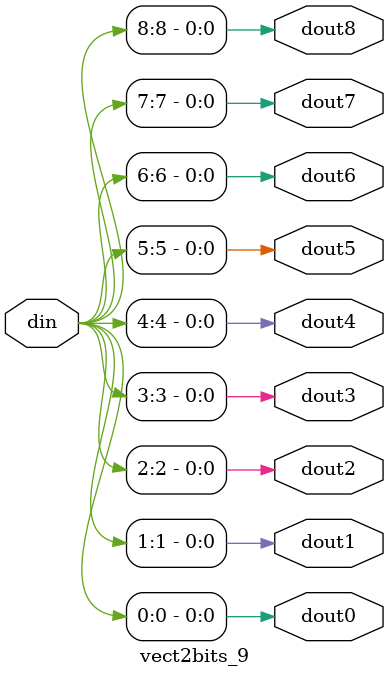
<source format=v>
`timescale 1ns / 1ps
module vect2bits_9(
    input [159:0] din,
    output dout0,
    output dout1,
    output dout2,
    output dout3,
	output dout4,
	output dout5,
	output dout6,
	output dout7,
	output dout8
    );

	assign dout0 = din[0];
	assign dout1 = din[1];
	assign dout2 = din[2];
	assign dout3 = din[3];
	assign dout4 = din[4];
	assign dout5 = din[5];
	assign dout6 = din[6];
	assign dout7 = din[7];
	assign dout8 = din[8];
endmodule

</source>
